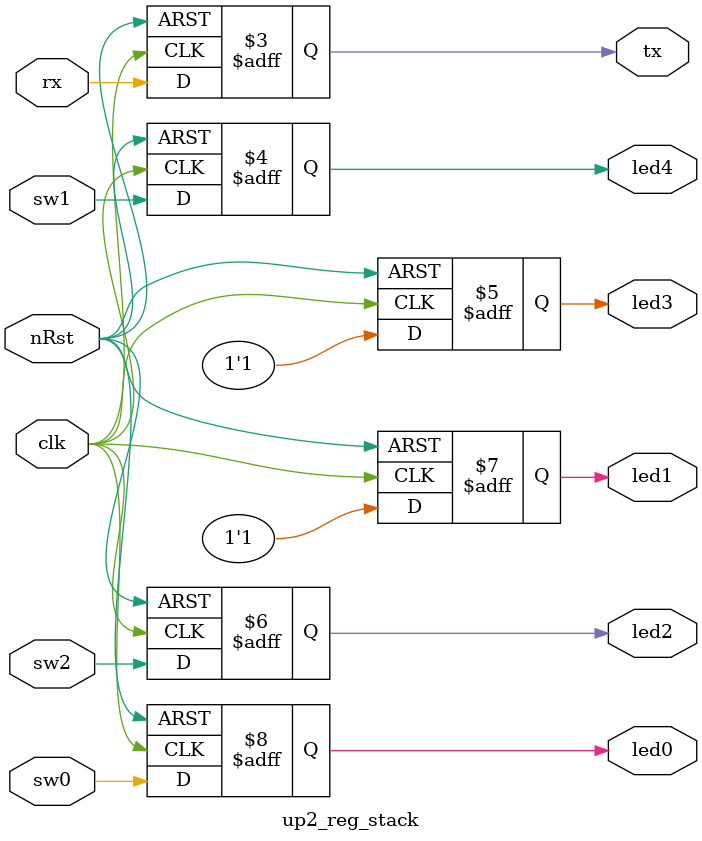
<source format=v>
`timescale 1ns/1ps
module up2_reg_stack(
	input				clk,
	input				nRst,
	input				rx,
	input				sw2,
	input				sw1,
	input				sw0,
	output	reg	tx,
	output	reg	led4,
	output	reg	led3,
	output	reg	led2,
	output	reg	led1,
	output	reg	led0
);

	always@(posedge clk or negedge nRst) begin
		if(!nRst) begin
			tx   <= 1'b0;
			led4 <= 1'b0;
			led3 <= 1'b0;
			led2 <= 1'b0;
			led1 <= 1'b0;
			led0 <= 1'b0;
		end else begin
			tx   <= rx;
			led4 <= sw1;
			led3 <= 1'b1;
			led2 <= sw2;
			led1 <= 1'b1;
			led0 <= sw0;
		end
	end
endmodule

</source>
